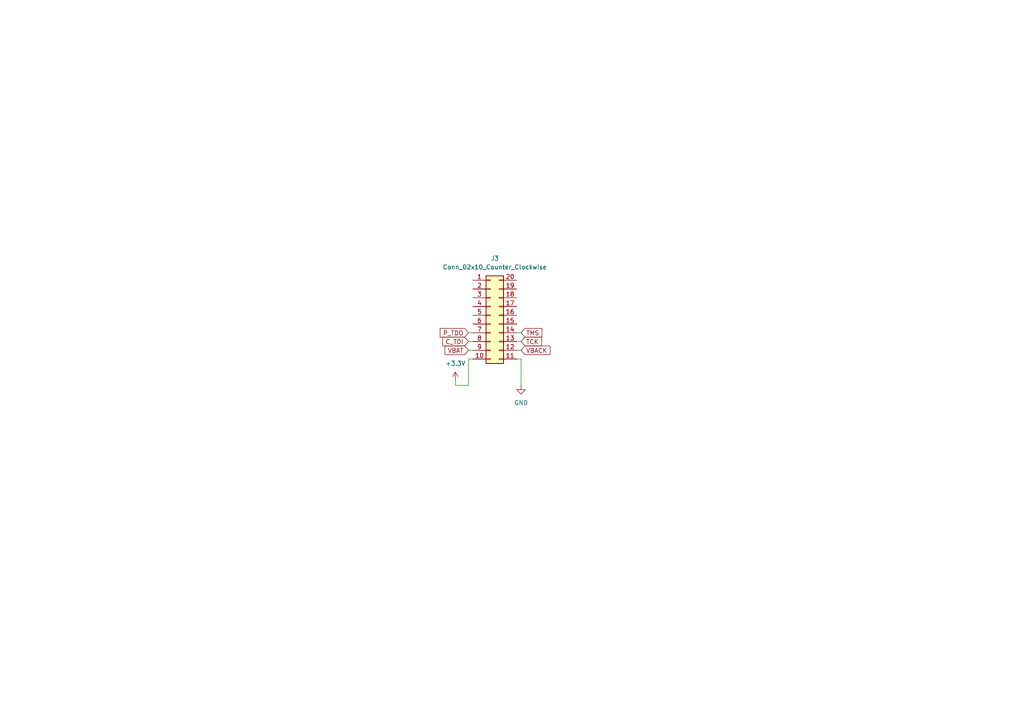
<source format=kicad_sch>
(kicad_sch (version 20230121) (generator eeschema)
  (paper "A4")
  (lib_symbols
    (symbol "Connector_Generic:Conn_02x10_Counter_Clockwise" (pin_names (offset 1.016) hide)
      (property "Reference" "J" (at 1.27 12.7 0))
      (property "Value" "Conn_02x10_Counter_Clockwise" (at 1.27 -15.24 0))
      (symbol "Conn_02x10_Counter_Clockwise_1_1"
        (rectangle (start -1.27 -12.573) (end 0 -12.827) (stroke (width 0.1524)))
        (rectangle (start -1.27 -10.033) (end 0 -10.287) (stroke (width 0.1524)))
        (rectangle (start -1.27 -7.493) (end 0 -7.747) (stroke (width 0.1524)))
        (rectangle (start -1.27 -4.953) (end 0 -5.207) (stroke (width 0.1524)))
        (rectangle (start -1.27 -2.413) (end 0 -2.667) (stroke (width 0.1524)))
        (rectangle (start -1.27 0.127) (end 0 -0.127) (stroke (width 0.1524)))
        (rectangle (start -1.27 2.667) (end 0 2.413) (stroke (width 0.1524)))
        (rectangle (start -1.27 5.207) (end 0 4.953) (stroke (width 0.1524)))
        (rectangle (start -1.27 7.747) (end 0 7.493) (stroke (width 0.1524)))
        (rectangle (start -1.27 10.287) (end 0 10.033) (stroke (width 0.1524)))
        (rectangle (start -1.27 11.43) (end 3.81 -13.97) (stroke (width 0.254)) (fill (type background)))
        (rectangle (start 3.81 -12.573) (end 2.54 -12.827) (stroke (width 0.1524)))
        (rectangle (start 3.81 -10.033) (end 2.54 -10.287) (stroke (width 0.1524)))
        (rectangle (start 3.81 -7.493) (end 2.54 -7.747) (stroke (width 0.1524)))
        (rectangle (start 3.81 -4.953) (end 2.54 -5.207) (stroke (width 0.1524)))
        (rectangle (start 3.81 -2.413) (end 2.54 -2.667) (stroke (width 0.1524)))
        (rectangle (start 3.81 0.127) (end 2.54 -0.127) (stroke (width 0.1524)))
        (rectangle (start 3.81 2.667) (end 2.54 2.413) (stroke (width 0.1524)))
        (rectangle (start 3.81 5.207) (end 2.54 4.953) (stroke (width 0.1524)))
        (rectangle (start 3.81 7.747) (end 2.54 7.493) (stroke (width 0.1524)))
        (rectangle (start 3.81 10.287) (end 2.54 10.033) (stroke (width 0.1524)))
        (pin passive line (at -5.08 10.16 0) (length 3.81) (name "Pin_1") (number "1"))
        (pin passive line (at -5.08 -12.7 0) (length 3.81) (name "Pin_10") (number "10"))
        (pin passive line (at 7.62 -12.7 180) (length 3.81) (name "Pin_11") (number "11"))
        (pin passive line (at 7.62 -10.16 180) (length 3.81) (name "Pin_12") (number "12"))
        (pin passive line (at 7.62 -7.62 180) (length 3.81) (name "Pin_13") (number "13"))
        (pin passive line (at 7.62 -5.08 180) (length 3.81) (name "Pin_14") (number "14"))
        (pin passive line (at 7.62 -2.54 180) (length 3.81) (name "Pin_15") (number "15"))
        (pin passive line (at 7.62 0 180) (length 3.81) (name "Pin_16") (number "16"))
        (pin passive line (at 7.62 2.54 180) (length 3.81) (name "Pin_17") (number "17"))
        (pin passive line (at 7.62 5.08 180) (length 3.81) (name "Pin_18") (number "18"))
        (pin passive line (at 7.62 7.62 180) (length 3.81) (name "Pin_19") (number "19"))
        (pin passive line (at -5.08 7.62 0) (length 3.81) (name "Pin_2") (number "2"))
        (pin passive line (at 7.62 10.16 180) (length 3.81) (name "Pin_20") (number "20"))
        (pin passive line (at -5.08 5.08 0) (length 3.81) (name "Pin_3") (number "3"))
        (pin passive line (at -5.08 2.54 0) (length 3.81) (name "Pin_4") (number "4"))
        (pin passive line (at -5.08 0 0) (length 3.81) (name "Pin_5") (number "5"))
        (pin passive line (at -5.08 -2.54 0) (length 3.81) (name "Pin_6") (number "6"))
        (pin passive line (at -5.08 -5.08 0) (length 3.81) (name "Pin_7") (number "7"))
        (pin passive line (at -5.08 -7.62 0) (length 3.81) (name "Pin_8") (number "8"))
        (pin passive line (at -5.08 -10.16 0) (length 3.81) (name "Pin_9") (number "9"))
      )
    )
    (symbol "power:+3.3V" (power) (pin_names (offset 0))
      (property "Value" "+3.3V" (at 0 3.556 0))
      (symbol "+3.3V_0_1"
        (polyline (pts (xy -0.762 1.27) (xy 0 2.54)))
        (polyline (pts (xy 0 0) (xy 0 2.54)))
        (polyline (pts (xy 0 2.54) (xy 0.762 1.27)))
      )
      (symbol "+3.3V_1_1"
        (pin power_in line (at 0 0 90) (length 0) hide (name "+3.3V") (number "1"))
      )
    )
    (symbol "power:GND" (power) (pin_names (offset 0))
      (property "Value" "GND" (at 0 -3.81 0))
      (symbol "GND_0_1"
        (polyline (pts (xy 0 0) (xy 0 -1.27) (xy 1.27 -1.27) (xy 0 -2.54) (xy -1.27 -1.27) (xy 0 -1.27)))
      )
      (symbol "GND_1_1"
        (pin power_in line (at 0 0 270) (length 0) hide (name "GND") (number "1"))
      )
    )
  )
  (wire (pts (xy 151.13 111.76) (xy 151.13 104.14)))
  (wire (pts (xy 135.89 104.14) (xy 137.16 104.14)))
  (wire (pts (xy 149.86 99.06) (xy 151.13 99.06)))
  (wire (pts (xy 149.86 101.6) (xy 151.13 101.6)))
  (wire (pts (xy 135.89 101.6) (xy 137.16 101.6)))
  (wire (pts (xy 135.89 99.06) (xy 137.16 99.06)))
  (wire (pts (xy 151.13 104.14) (xy 149.86 104.14)))
  (wire (pts (xy 132.08 111.76) (xy 132.08 110.49)))
  (wire (pts (xy 149.86 96.52) (xy 151.13 96.52)))
  (wire (pts (xy 135.89 96.52) (xy 137.16 96.52)))
  (wire (pts (xy 132.08 111.76) (xy 135.89 111.76)))
  (wire (pts (xy 135.89 111.76) (xy 135.89 104.14)))
  (global_label "VBAT" (shape input) (at 135.89 101.6 180) (property "Intersheetrefs" "${INTERSHEET_REFS}" (effects hide)))
  (global_label "P_TDO" (shape input) (at 135.89 96.52 180) (property "Intersheetrefs" "${INTERSHEET_REFS}" (effects hide)))
  (global_label "VBACK" (shape input) (at 151.13 101.6 0) (property "Intersheetrefs" "${INTERSHEET_REFS}" (effects hide)))
  (global_label "C_TDI" (shape input) (at 135.89 99.06 180) (property "Intersheetrefs" "${INTERSHEET_REFS}" (effects hide)))
  (global_label "TCK" (shape input) (at 151.13 99.06 0) (property "Intersheetrefs" "${INTERSHEET_REFS}" (effects hide)))
  (global_label "TMS" (shape input) (at 151.13 96.52 0) (property "Intersheetrefs" "${INTERSHEET_REFS}" (effects hide)))
  (symbol (lib_id "Connector_Generic:Conn_02x10_Counter_Clockwise") (at 142.24 91.44 0) (unit 1)
    (property "Reference" "J3" (at 143.51 74.93 0))
    (property "Value" "Conn_02x10_Counter_Clockwise" (at 143.51 77.47 0))
  )
  (symbol (lib_id "power:+3.3V") (at 132.08 110.49 0) (unit 1)
    (property "Reference" "#PWR064" (effects hide))
    (property "Value" "+3.3V" (at 132.08 105.41 0))
  )
  (symbol (lib_id "power:GND") (at 151.13 111.76 0) (unit 1)
    (property "Reference" "#PWR063" (effects hide))
    (property "Value" "GND" (at 151.13 116.84 0))
  )
)
</source>
